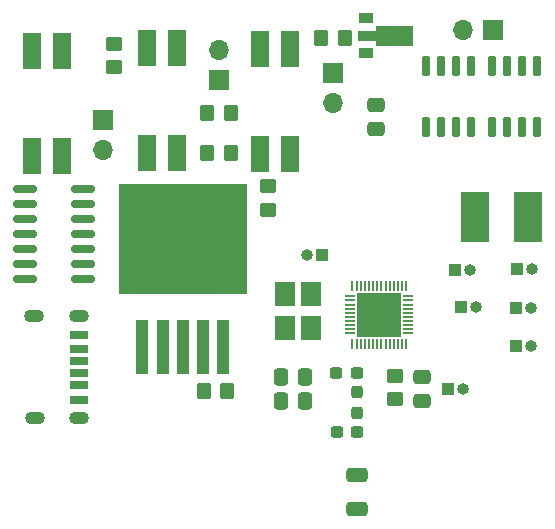
<source format=gbr>
%TF.GenerationSoftware,KiCad,Pcbnew,(6.0.2)*%
%TF.CreationDate,2022-05-11T05:14:46-07:00*%
%TF.ProjectId,InsulinCoolerBoard,496e7375-6c69-46e4-936f-6f6c6572426f,rev?*%
%TF.SameCoordinates,Original*%
%TF.FileFunction,Soldermask,Top*%
%TF.FilePolarity,Negative*%
%FSLAX46Y46*%
G04 Gerber Fmt 4.6, Leading zero omitted, Abs format (unit mm)*
G04 Created by KiCad (PCBNEW (6.0.2)) date 2022-05-11 05:14:46*
%MOMM*%
%LPD*%
G01*
G04 APERTURE LIST*
G04 Aperture macros list*
%AMRoundRect*
0 Rectangle with rounded corners*
0 $1 Rounding radius*
0 $2 $3 $4 $5 $6 $7 $8 $9 X,Y pos of 4 corners*
0 Add a 4 corners polygon primitive as box body*
4,1,4,$2,$3,$4,$5,$6,$7,$8,$9,$2,$3,0*
0 Add four circle primitives for the rounded corners*
1,1,$1+$1,$2,$3*
1,1,$1+$1,$4,$5*
1,1,$1+$1,$6,$7*
1,1,$1+$1,$8,$9*
0 Add four rect primitives between the rounded corners*
20,1,$1+$1,$2,$3,$4,$5,0*
20,1,$1+$1,$4,$5,$6,$7,0*
20,1,$1+$1,$6,$7,$8,$9,0*
20,1,$1+$1,$8,$9,$2,$3,0*%
%AMFreePoly0*
4,1,9,3.862500,-0.866500,0.737500,-0.866500,0.737500,-0.450000,-0.737500,-0.450000,-0.737500,0.450000,0.737500,0.450000,0.737500,0.866500,3.862500,0.866500,3.862500,-0.866500,3.862500,-0.866500,$1*%
G04 Aperture macros list end*
%ADD10R,1.000000X1.000000*%
%ADD11O,1.000000X1.000000*%
%ADD12RoundRect,0.250000X0.475000X-0.337500X0.475000X0.337500X-0.475000X0.337500X-0.475000X-0.337500X0*%
%ADD13RoundRect,0.237500X0.237500X-0.287500X0.237500X0.287500X-0.237500X0.287500X-0.237500X-0.287500X0*%
%ADD14R,1.600000X3.100000*%
%ADD15R,2.400000X4.200000*%
%ADD16RoundRect,0.250000X0.450000X-0.350000X0.450000X0.350000X-0.450000X0.350000X-0.450000X-0.350000X0*%
%ADD17RoundRect,0.250000X-0.337500X-0.475000X0.337500X-0.475000X0.337500X0.475000X-0.337500X0.475000X0*%
%ADD18RoundRect,0.237500X0.300000X0.237500X-0.300000X0.237500X-0.300000X-0.237500X0.300000X-0.237500X0*%
%ADD19R,1.700000X1.700000*%
%ADD20O,1.700000X1.700000*%
%ADD21R,1.600000X0.700000*%
%ADD22R,1.600000X0.760000*%
%ADD23R,1.600000X0.800000*%
%ADD24O,1.700000X1.100000*%
%ADD25RoundRect,0.250000X0.350000X0.450000X-0.350000X0.450000X-0.350000X-0.450000X0.350000X-0.450000X0*%
%ADD26R,1.800000X2.100000*%
%ADD27RoundRect,0.250000X-0.650000X0.350000X-0.650000X-0.350000X0.650000X-0.350000X0.650000X0.350000X0*%
%ADD28R,1.100000X4.600000*%
%ADD29R,10.800000X9.400000*%
%ADD30RoundRect,0.050000X0.050000X-0.350000X0.050000X0.350000X-0.050000X0.350000X-0.050000X-0.350000X0*%
%ADD31RoundRect,0.050000X0.350000X-0.050000X0.350000X0.050000X-0.350000X0.050000X-0.350000X-0.050000X0*%
%ADD32R,3.700000X3.700000*%
%ADD33RoundRect,0.250000X-0.475000X0.337500X-0.475000X-0.337500X0.475000X-0.337500X0.475000X0.337500X0*%
%ADD34R,1.300000X0.900000*%
%ADD35FreePoly0,0.000000*%
%ADD36RoundRect,0.150000X0.825000X0.150000X-0.825000X0.150000X-0.825000X-0.150000X0.825000X-0.150000X0*%
%ADD37RoundRect,0.150000X0.150000X-0.725000X0.150000X0.725000X-0.150000X0.725000X-0.150000X-0.725000X0*%
%ADD38RoundRect,0.250000X0.337500X0.475000X-0.337500X0.475000X-0.337500X-0.475000X0.337500X-0.475000X0*%
%ADD39RoundRect,0.250000X-0.350000X-0.450000X0.350000X-0.450000X0.350000X0.450000X-0.350000X0.450000X0*%
%ADD40RoundRect,0.250000X-0.450000X0.350000X-0.450000X-0.350000X0.450000X-0.350000X0.450000X0.350000X0*%
G04 APERTURE END LIST*
D10*
%TO.C,TH3*%
X140142200Y-94716600D03*
D11*
X141412200Y-94716600D03*
%TD*%
D10*
%TO.C,TH2*%
X140131800Y-91465400D03*
D11*
X141401800Y-91465400D03*
%TD*%
D10*
%TO.C,TH1*%
X140182600Y-88188800D03*
D11*
X141452600Y-88188800D03*
%TD*%
D10*
%TO.C,SW1*%
X135458200Y-91363800D03*
D11*
X136728200Y-91363800D03*
%TD*%
D10*
%TO.C,J11*%
X134975600Y-88214200D03*
D11*
X136245600Y-88214200D03*
%TD*%
D10*
%TO.C,J4*%
X134340600Y-98298000D03*
D11*
X135610600Y-98298000D03*
%TD*%
D10*
%TO.C,J9*%
X123705899Y-87011901D03*
D11*
X122435899Y-87011901D03*
%TD*%
D12*
%TO.C,C17*%
X128270000Y-76348500D03*
X128270000Y-74273500D03*
%TD*%
D13*
%TO.C,L1*%
X126669800Y-100341400D03*
X126669800Y-98591400D03*
%TD*%
D14*
%TO.C,U14*%
X118465600Y-78428200D03*
X121005600Y-78428200D03*
X121005600Y-69538200D03*
X118465600Y-69538200D03*
%TD*%
D15*
%TO.C,L2*%
X141097000Y-83769200D03*
X136597000Y-83769200D03*
%TD*%
D16*
%TO.C,R10*%
X129822299Y-99196400D03*
X129822299Y-97196400D03*
%TD*%
D17*
%TO.C,C3*%
X120175200Y-97282000D03*
X122250200Y-97282000D03*
%TD*%
D18*
%TO.C,C2*%
X126617900Y-96977200D03*
X124892900Y-96977200D03*
%TD*%
%TO.C,C1*%
X126644400Y-101955600D03*
X124919400Y-101955600D03*
%TD*%
D19*
%TO.C,BT2*%
X114985800Y-72161400D03*
D20*
X114985800Y-69621400D03*
%TD*%
D21*
%TO.C,J2*%
X103100055Y-95998600D03*
D22*
X103100055Y-98018600D03*
D23*
X103100055Y-99248600D03*
D21*
X103100055Y-96998600D03*
D22*
X103100055Y-94978600D03*
D23*
X103100055Y-93748600D03*
D24*
X99300055Y-92148600D03*
X103100055Y-92148600D03*
X103150055Y-100798600D03*
X99350055Y-100798600D03*
%TD*%
D25*
%TO.C,R40*%
X115655600Y-98501200D03*
X113655600Y-98501200D03*
%TD*%
D26*
%TO.C,Y1*%
X122783299Y-93174701D03*
X122783299Y-90274701D03*
X120583299Y-90274701D03*
X120583299Y-93174701D03*
%TD*%
D19*
%TO.C,BT3*%
X124612400Y-71551800D03*
D20*
X124612400Y-74091800D03*
%TD*%
D27*
%TO.C,AE1*%
X126644400Y-105613200D03*
X126644400Y-108513200D03*
%TD*%
D28*
%TO.C,U17*%
X108480600Y-94786800D03*
X110180600Y-94786800D03*
D29*
X111880600Y-85636800D03*
D28*
X111880600Y-94786800D03*
X113580600Y-94786800D03*
X115280600Y-94786800D03*
%TD*%
D30*
%TO.C,U1*%
X126263299Y-94502701D03*
X126613299Y-94502701D03*
X126963299Y-94502701D03*
X127313299Y-94502701D03*
X127663299Y-94502701D03*
X128013299Y-94502701D03*
X128363299Y-94502701D03*
X128713299Y-94502701D03*
X129063299Y-94502701D03*
X129413299Y-94502701D03*
X129763299Y-94502701D03*
X130113299Y-94502701D03*
X130463299Y-94502701D03*
X130813299Y-94502701D03*
D31*
X130988299Y-93627701D03*
X130988299Y-93277701D03*
X130988299Y-92927701D03*
X130988299Y-92577701D03*
X130988299Y-92227701D03*
X130988299Y-91877701D03*
X130988299Y-91527701D03*
X130988299Y-91177701D03*
X130988299Y-90827701D03*
X130988299Y-90477701D03*
D30*
X130813299Y-89602701D03*
X130463299Y-89602701D03*
X130113299Y-89602701D03*
X129763299Y-89602701D03*
X129413299Y-89602701D03*
X129063299Y-89602701D03*
X128713299Y-89602701D03*
X128363299Y-89602701D03*
X128013299Y-89602701D03*
X127663299Y-89602701D03*
X127313299Y-89602701D03*
X126963299Y-89602701D03*
X126613299Y-89602701D03*
X126263299Y-89602701D03*
D31*
X126088299Y-90477701D03*
X126088299Y-90827701D03*
X126088299Y-91177701D03*
X126088299Y-91527701D03*
X126088299Y-91877701D03*
X126088299Y-92227701D03*
X126088299Y-92577701D03*
X126088299Y-92927701D03*
X126088299Y-93277701D03*
X126088299Y-93627701D03*
D32*
X128538299Y-92052701D03*
%TD*%
D33*
%TO.C,C16*%
X132108299Y-97298901D03*
X132108299Y-99373901D03*
%TD*%
D34*
%TO.C,U19*%
X127382000Y-66902200D03*
D35*
X127469500Y-68402200D03*
D34*
X127382000Y-69902200D03*
%TD*%
D25*
%TO.C,R27*%
X115960400Y-74980800D03*
X113960400Y-74980800D03*
%TD*%
D36*
%TO.C,U5*%
X103465400Y-89052400D03*
X103465400Y-87782400D03*
X103465400Y-86512400D03*
X103465400Y-85242400D03*
X103465400Y-83972400D03*
X103465400Y-82702400D03*
X103465400Y-81432400D03*
X98515400Y-81432400D03*
X98515400Y-82702400D03*
X98515400Y-83972400D03*
X98515400Y-85242400D03*
X98515400Y-86512400D03*
X98515400Y-87782400D03*
X98515400Y-89052400D03*
%TD*%
D37*
%TO.C,U4*%
X138060982Y-76142400D03*
X139330982Y-76142400D03*
X140600982Y-76142400D03*
X141870982Y-76142400D03*
X141870982Y-70992400D03*
X140600982Y-70992400D03*
X139330982Y-70992400D03*
X138060982Y-70992400D03*
%TD*%
D14*
%TO.C,U12*%
X99136200Y-78624000D03*
X101676200Y-78624000D03*
X101676200Y-69734000D03*
X99136200Y-69734000D03*
%TD*%
D38*
%TO.C,C4*%
X122250200Y-99314000D03*
X120175200Y-99314000D03*
%TD*%
D19*
%TO.C,J1*%
X138175800Y-67949300D03*
D20*
X135635800Y-67949300D03*
%TD*%
D19*
%TO.C,BT1*%
X105181400Y-75514200D03*
D20*
X105181400Y-78054200D03*
%TD*%
D37*
%TO.C,U3*%
X132500800Y-76124300D03*
X133770800Y-76124300D03*
X135040800Y-76124300D03*
X136310800Y-76124300D03*
X136310800Y-70974300D03*
X135040800Y-70974300D03*
X133770800Y-70974300D03*
X132500800Y-70974300D03*
%TD*%
D14*
%TO.C,U13*%
X111404400Y-69487400D03*
X108864400Y-69487400D03*
X108864400Y-78377400D03*
X111404400Y-78377400D03*
%TD*%
D16*
%TO.C,R23*%
X106070400Y-71078600D03*
X106070400Y-69078600D03*
%TD*%
D39*
%TO.C,R28*%
X123628400Y-68605400D03*
X125628400Y-68605400D03*
%TD*%
%TO.C,R18*%
X113960400Y-78308200D03*
X115960400Y-78308200D03*
%TD*%
D40*
%TO.C,R19*%
X119100600Y-81143600D03*
X119100600Y-83143600D03*
%TD*%
M02*

</source>
